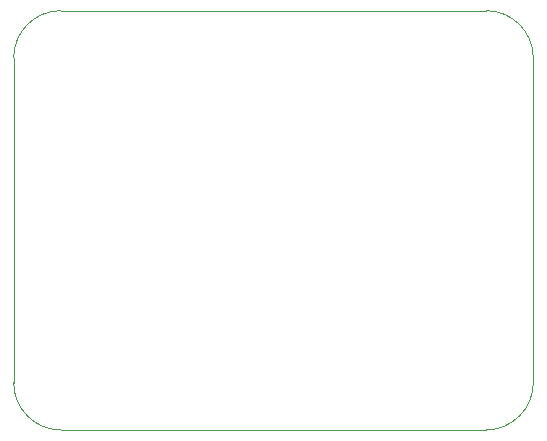
<source format=gbr>
%TF.GenerationSoftware,KiCad,Pcbnew,(6.0.1)*%
%TF.CreationDate,2022-08-30T01:47:07+05:30*%
%TF.ProjectId,STM32,53544d33-322e-46b6-9963-61645f706362,rev?*%
%TF.SameCoordinates,Original*%
%TF.FileFunction,Profile,NP*%
%FSLAX46Y46*%
G04 Gerber Fmt 4.6, Leading zero omitted, Abs format (unit mm)*
G04 Created by KiCad (PCBNEW (6.0.1)) date 2022-08-30 01:47:07*
%MOMM*%
%LPD*%
G01*
G04 APERTURE LIST*
%TA.AperFunction,Profile*%
%ADD10C,0.100000*%
%TD*%
G04 APERTURE END LIST*
D10*
X192000000Y-92000000D02*
G75*
G03*
X188000000Y-88000000I-4000000J0D01*
G01*
X152000000Y-88000000D02*
G75*
G03*
X148000000Y-92000000I0J-4000000D01*
G01*
X148000000Y-119500000D02*
G75*
G03*
X152000000Y-123500000I4000000J0D01*
G01*
X188000000Y-123500000D02*
G75*
G03*
X192000000Y-119500000I0J4000000D01*
G01*
X192000000Y-92000000D02*
X192000000Y-119500000D01*
X152000000Y-123500000D02*
X188000000Y-123500000D01*
X148000000Y-92000000D02*
X148000000Y-119500000D01*
X188000000Y-88000000D02*
X152000000Y-88000000D01*
M02*

</source>
